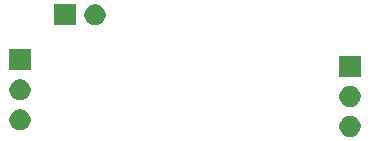
<source format=gbr>
G04 #@! TF.GenerationSoftware,KiCad,Pcbnew,5.1.5+dfsg1-2build2*
G04 #@! TF.CreationDate,2022-04-06T15:29:18-04:00*
G04 #@! TF.ProjectId,elpixel,656c7069-7865-46c2-9e6b-696361645f70,rev?*
G04 #@! TF.SameCoordinates,Original*
G04 #@! TF.FileFunction,Soldermask,Bot*
G04 #@! TF.FilePolarity,Negative*
%FSLAX46Y46*%
G04 Gerber Fmt 4.6, Leading zero omitted, Abs format (unit mm)*
G04 Created by KiCad (PCBNEW 5.1.5+dfsg1-2build2) date 2022-04-06 15:29:18*
%MOMM*%
%LPD*%
G04 APERTURE LIST*
%ADD10C,0.100000*%
G04 APERTURE END LIST*
D10*
G36*
X165213512Y-103798928D02*
G01*
X165362812Y-103828625D01*
X165526784Y-103896545D01*
X165674354Y-103995148D01*
X165799853Y-104120647D01*
X165898456Y-104268217D01*
X165966376Y-104432189D01*
X166001000Y-104606260D01*
X166001000Y-104783742D01*
X165966376Y-104957813D01*
X165898456Y-105121785D01*
X165799853Y-105269355D01*
X165674354Y-105394854D01*
X165526784Y-105493457D01*
X165362812Y-105561377D01*
X165213512Y-105591074D01*
X165188742Y-105596001D01*
X165011258Y-105596001D01*
X164986488Y-105591074D01*
X164837188Y-105561377D01*
X164673216Y-105493457D01*
X164525646Y-105394854D01*
X164400147Y-105269355D01*
X164301544Y-105121785D01*
X164233624Y-104957813D01*
X164199000Y-104783742D01*
X164199000Y-104606260D01*
X164233624Y-104432189D01*
X164301544Y-104268217D01*
X164400147Y-104120647D01*
X164525646Y-103995148D01*
X164673216Y-103896545D01*
X164837188Y-103828625D01*
X164986488Y-103798928D01*
X165011258Y-103794001D01*
X165188742Y-103794001D01*
X165213512Y-103798928D01*
G37*
G36*
X137273512Y-103243927D02*
G01*
X137422812Y-103273624D01*
X137586784Y-103341544D01*
X137734354Y-103440147D01*
X137859853Y-103565646D01*
X137958456Y-103713216D01*
X138026376Y-103877188D01*
X138061000Y-104051259D01*
X138061000Y-104228741D01*
X138026376Y-104402812D01*
X137958456Y-104566784D01*
X137859853Y-104714354D01*
X137734354Y-104839853D01*
X137586784Y-104938456D01*
X137422812Y-105006376D01*
X137273512Y-105036073D01*
X137248742Y-105041000D01*
X137071258Y-105041000D01*
X137046488Y-105036073D01*
X136897188Y-105006376D01*
X136733216Y-104938456D01*
X136585646Y-104839853D01*
X136460147Y-104714354D01*
X136361544Y-104566784D01*
X136293624Y-104402812D01*
X136259000Y-104228741D01*
X136259000Y-104051259D01*
X136293624Y-103877188D01*
X136361544Y-103713216D01*
X136460147Y-103565646D01*
X136585646Y-103440147D01*
X136733216Y-103341544D01*
X136897188Y-103273624D01*
X137046488Y-103243927D01*
X137071258Y-103239000D01*
X137248742Y-103239000D01*
X137273512Y-103243927D01*
G37*
G36*
X165213512Y-101258928D02*
G01*
X165362812Y-101288625D01*
X165526784Y-101356545D01*
X165674354Y-101455148D01*
X165799853Y-101580647D01*
X165898456Y-101728217D01*
X165966376Y-101892189D01*
X166001000Y-102066260D01*
X166001000Y-102243742D01*
X165966376Y-102417813D01*
X165898456Y-102581785D01*
X165799853Y-102729355D01*
X165674354Y-102854854D01*
X165526784Y-102953457D01*
X165362812Y-103021377D01*
X165213512Y-103051074D01*
X165188742Y-103056001D01*
X165011258Y-103056001D01*
X164986488Y-103051074D01*
X164837188Y-103021377D01*
X164673216Y-102953457D01*
X164525646Y-102854854D01*
X164400147Y-102729355D01*
X164301544Y-102581785D01*
X164233624Y-102417813D01*
X164199000Y-102243742D01*
X164199000Y-102066260D01*
X164233624Y-101892189D01*
X164301544Y-101728217D01*
X164400147Y-101580647D01*
X164525646Y-101455148D01*
X164673216Y-101356545D01*
X164837188Y-101288625D01*
X164986488Y-101258928D01*
X165011258Y-101254001D01*
X165188742Y-101254001D01*
X165213512Y-101258928D01*
G37*
G36*
X137273512Y-100703927D02*
G01*
X137422812Y-100733624D01*
X137586784Y-100801544D01*
X137734354Y-100900147D01*
X137859853Y-101025646D01*
X137958456Y-101173216D01*
X138026376Y-101337188D01*
X138061000Y-101511259D01*
X138061000Y-101688741D01*
X138026376Y-101862812D01*
X137958456Y-102026784D01*
X137859853Y-102174354D01*
X137734354Y-102299853D01*
X137586784Y-102398456D01*
X137422812Y-102466376D01*
X137273512Y-102496073D01*
X137248742Y-102501000D01*
X137071258Y-102501000D01*
X137046488Y-102496073D01*
X136897188Y-102466376D01*
X136733216Y-102398456D01*
X136585646Y-102299853D01*
X136460147Y-102174354D01*
X136361544Y-102026784D01*
X136293624Y-101862812D01*
X136259000Y-101688741D01*
X136259000Y-101511259D01*
X136293624Y-101337188D01*
X136361544Y-101173216D01*
X136460147Y-101025646D01*
X136585646Y-100900147D01*
X136733216Y-100801544D01*
X136897188Y-100733624D01*
X137046488Y-100703927D01*
X137071258Y-100699000D01*
X137248742Y-100699000D01*
X137273512Y-100703927D01*
G37*
G36*
X166001000Y-100516001D02*
G01*
X164199000Y-100516001D01*
X164199000Y-98714001D01*
X166001000Y-98714001D01*
X166001000Y-100516001D01*
G37*
G36*
X138061000Y-99961000D02*
G01*
X136259000Y-99961000D01*
X136259000Y-98159000D01*
X138061000Y-98159000D01*
X138061000Y-99961000D01*
G37*
G36*
X143623512Y-94353927D02*
G01*
X143772812Y-94383624D01*
X143936784Y-94451544D01*
X144084354Y-94550147D01*
X144209853Y-94675646D01*
X144308456Y-94823216D01*
X144376376Y-94987188D01*
X144411000Y-95161259D01*
X144411000Y-95338741D01*
X144376376Y-95512812D01*
X144308456Y-95676784D01*
X144209853Y-95824354D01*
X144084354Y-95949853D01*
X143936784Y-96048456D01*
X143772812Y-96116376D01*
X143623512Y-96146073D01*
X143598742Y-96151000D01*
X143421258Y-96151000D01*
X143396488Y-96146073D01*
X143247188Y-96116376D01*
X143083216Y-96048456D01*
X142935646Y-95949853D01*
X142810147Y-95824354D01*
X142711544Y-95676784D01*
X142643624Y-95512812D01*
X142609000Y-95338741D01*
X142609000Y-95161259D01*
X142643624Y-94987188D01*
X142711544Y-94823216D01*
X142810147Y-94675646D01*
X142935646Y-94550147D01*
X143083216Y-94451544D01*
X143247188Y-94383624D01*
X143396488Y-94353927D01*
X143421258Y-94349000D01*
X143598742Y-94349000D01*
X143623512Y-94353927D01*
G37*
G36*
X141871000Y-96151000D02*
G01*
X140069000Y-96151000D01*
X140069000Y-94349000D01*
X141871000Y-94349000D01*
X141871000Y-96151000D01*
G37*
M02*

</source>
